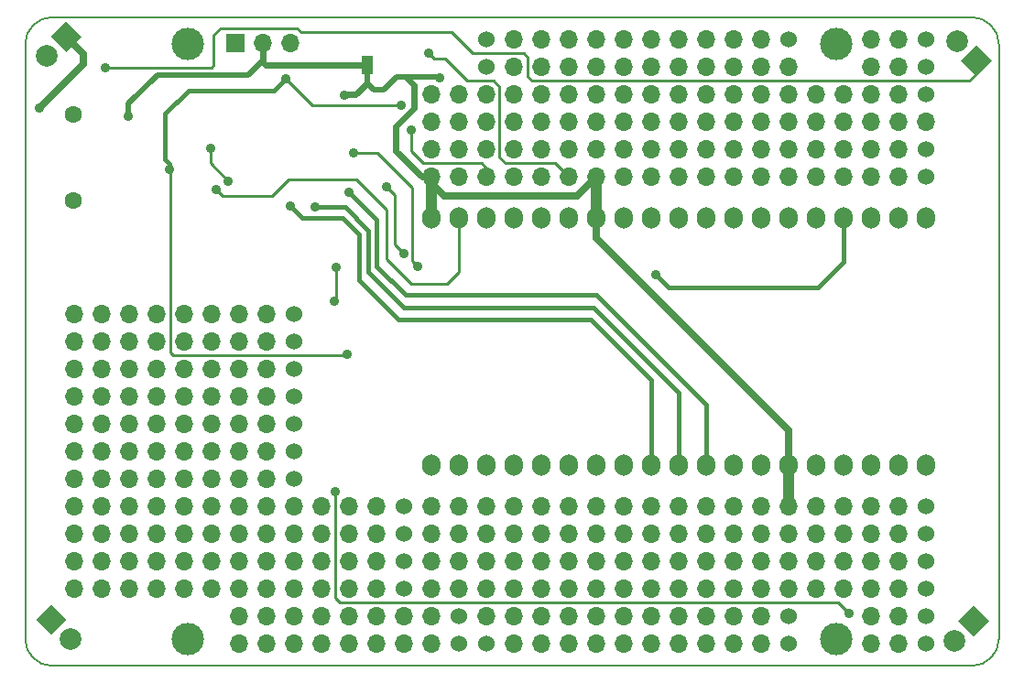
<source format=gbr>
G04 #@! TF.FileFunction,Copper,L2,Bot,Signal*
%FSLAX46Y46*%
G04 Gerber Fmt 4.6, Leading zero omitted, Abs format (unit mm)*
G04 Created by KiCad (PCBNEW 4.0.4-stable) date 04/27/17 17:41:05*
%MOMM*%
%LPD*%
G01*
G04 APERTURE LIST*
%ADD10C,0.100000*%
%ADD11C,0.150000*%
%ADD12O,1.700000X2.000000*%
%ADD13C,1.524000*%
%ADD14O,1.700000X1.700000*%
%ADD15C,2.000000*%
%ADD16R,1.700000X1.700000*%
%ADD17C,1.600000*%
%ADD18C,3.000000*%
%ADD19R,1.000000X1.700000*%
%ADD20C,0.889000*%
%ADD21C,0.910000*%
%ADD22C,0.400000*%
%ADD23C,0.254000*%
%ADD24C,0.600000*%
%ADD25C,0.500000*%
%ADD26C,0.700000*%
%ADD27C,1.000000*%
%ADD28C,0.250000*%
G04 APERTURE END LIST*
D10*
D11*
X45000000Y-52500000D02*
X45000000Y-107500000D01*
X132500000Y-50000000D02*
X47500000Y-50000000D01*
X135000000Y-107500000D02*
X135000000Y-52500000D01*
X47500000Y-110000000D02*
X132500000Y-110000000D01*
X45000000Y-107500000D02*
G75*
G03X47500000Y-110000000I2500000J0D01*
G01*
X132500000Y-110000000D02*
G75*
G03X135000000Y-107500000I0J2500000D01*
G01*
X135000000Y-52500000D02*
G75*
G03X132500000Y-50000000I-2500000J0D01*
G01*
X47500000Y-50000000D02*
G75*
G03X45000000Y-52500000I0J-2500000D01*
G01*
D12*
X128270000Y-68580000D03*
X125730000Y-68580000D03*
X123190000Y-68580000D03*
X120650000Y-68580000D03*
X118110000Y-68580000D03*
X115570000Y-68580000D03*
X113030000Y-68580000D03*
X110490000Y-68580000D03*
X107950000Y-68580000D03*
X105410000Y-68580000D03*
X102870000Y-68580000D03*
X100330000Y-68580000D03*
X97790000Y-68580000D03*
X95250000Y-68580000D03*
X92710000Y-68580000D03*
X90170000Y-68580000D03*
X87630000Y-68580000D03*
X85090000Y-68580000D03*
X82550000Y-68580000D03*
X82550000Y-91440000D03*
X85090000Y-91440000D03*
X87630000Y-91440000D03*
X90170000Y-91440000D03*
X92710000Y-91440000D03*
X95250000Y-91440000D03*
X97790000Y-91440000D03*
X100330000Y-91440000D03*
X102870000Y-91440000D03*
X105410000Y-91440000D03*
X107950000Y-91440000D03*
X110490000Y-91440000D03*
X113030000Y-91440000D03*
X115570000Y-91440000D03*
X118110000Y-91440000D03*
X120650000Y-91440000D03*
X123190000Y-91440000D03*
X125730000Y-91440000D03*
X128270000Y-91440000D03*
D13*
X87630000Y-52070000D03*
D14*
X90170000Y-52070000D03*
X92710000Y-52070000D03*
D13*
X87630000Y-54610000D03*
D14*
X90170000Y-54610000D03*
X92710000Y-54610000D03*
D13*
X87630000Y-107950000D03*
D14*
X90170000Y-107950000D03*
X92710000Y-107950000D03*
X87630000Y-105410000D03*
X90170000Y-105410000D03*
X92710000Y-105410000D03*
D15*
X49174400Y-107492800D03*
D10*
G36*
X48792563Y-105696749D02*
X47378349Y-107110963D01*
X45964135Y-105696749D01*
X47378349Y-104282535D01*
X48792563Y-105696749D01*
X48792563Y-105696749D01*
G37*
D15*
X130860800Y-107645200D03*
D10*
G36*
X132656851Y-107263363D02*
X131242637Y-105849149D01*
X132656851Y-104434935D01*
X134071065Y-105849149D01*
X132656851Y-107263363D01*
X132656851Y-107263363D01*
G37*
D15*
X131114800Y-52222400D03*
D10*
G36*
X131496637Y-54018451D02*
X132910851Y-52604237D01*
X134325065Y-54018451D01*
X132910851Y-55432665D01*
X131496637Y-54018451D01*
X131496637Y-54018451D01*
G37*
D15*
X46990000Y-53594000D03*
D10*
G36*
X48786051Y-53212163D02*
X47371837Y-51797949D01*
X48786051Y-50383735D01*
X50200265Y-51797949D01*
X48786051Y-53212163D01*
X48786051Y-53212163D01*
G37*
D13*
X85090000Y-107950000D03*
D14*
X82550000Y-107950000D03*
X80010000Y-107950000D03*
X77470000Y-107950000D03*
X74930000Y-107950000D03*
X72390000Y-107950000D03*
X69850000Y-107950000D03*
X67310000Y-107950000D03*
X64770000Y-107950000D03*
D13*
X85090000Y-105410000D03*
D14*
X82550000Y-105410000D03*
X80010000Y-105410000D03*
X77470000Y-105410000D03*
X74930000Y-105410000D03*
X72390000Y-105410000D03*
X69850000Y-105410000D03*
X67310000Y-105410000D03*
X64770000Y-105410000D03*
D13*
X80010000Y-102870000D03*
D14*
X77470000Y-102870000D03*
X74930000Y-102870000D03*
X72390000Y-102870000D03*
X69850000Y-102870000D03*
X67310000Y-102870000D03*
X64770000Y-102870000D03*
X62230000Y-102870000D03*
X59690000Y-102870000D03*
X57150000Y-102870000D03*
X54610000Y-102870000D03*
X52070000Y-102870000D03*
X49530000Y-102870000D03*
D13*
X80010000Y-100330000D03*
D14*
X77470000Y-100330000D03*
X74930000Y-100330000D03*
X72390000Y-100330000D03*
X69850000Y-100330000D03*
X67310000Y-100330000D03*
X64770000Y-100330000D03*
X62230000Y-100330000D03*
X59690000Y-100330000D03*
X57150000Y-100330000D03*
X54610000Y-100330000D03*
X52070000Y-100330000D03*
X49530000Y-100330000D03*
D13*
X80010000Y-97790000D03*
D14*
X77470000Y-97790000D03*
X74930000Y-97790000D03*
X72390000Y-97790000D03*
X69850000Y-97790000D03*
X67310000Y-97790000D03*
X64770000Y-97790000D03*
X62230000Y-97790000D03*
X59690000Y-97790000D03*
X57150000Y-97790000D03*
X54610000Y-97790000D03*
X52070000Y-97790000D03*
X49530000Y-97790000D03*
D13*
X80010000Y-95250000D03*
D14*
X77470000Y-95250000D03*
X74930000Y-95250000D03*
X72390000Y-95250000D03*
X69850000Y-95250000D03*
X67310000Y-95250000D03*
X64770000Y-95250000D03*
X62230000Y-95250000D03*
X59690000Y-95250000D03*
X57150000Y-95250000D03*
X54610000Y-95250000D03*
X52070000Y-95250000D03*
X49530000Y-95250000D03*
D13*
X69850000Y-92710000D03*
D14*
X67310000Y-92710000D03*
X64770000Y-92710000D03*
X62230000Y-92710000D03*
X59690000Y-92710000D03*
X57150000Y-92710000D03*
X54610000Y-92710000D03*
X52070000Y-92710000D03*
X49530000Y-92710000D03*
D13*
X69850000Y-90170000D03*
D14*
X67310000Y-90170000D03*
X64770000Y-90170000D03*
X62230000Y-90170000D03*
X59690000Y-90170000D03*
X57150000Y-90170000D03*
X54610000Y-90170000D03*
X52070000Y-90170000D03*
X49530000Y-90170000D03*
D13*
X69850000Y-87630000D03*
D14*
X67310000Y-87630000D03*
X64770000Y-87630000D03*
X62230000Y-87630000D03*
X59690000Y-87630000D03*
X57150000Y-87630000D03*
X54610000Y-87630000D03*
X52070000Y-87630000D03*
X49530000Y-87630000D03*
D13*
X69850000Y-85090000D03*
D14*
X67310000Y-85090000D03*
X64770000Y-85090000D03*
X62230000Y-85090000D03*
X59690000Y-85090000D03*
X57150000Y-85090000D03*
X54610000Y-85090000D03*
X52070000Y-85090000D03*
X49530000Y-85090000D03*
D13*
X69850000Y-82550000D03*
D14*
X67310000Y-82550000D03*
X64770000Y-82550000D03*
X62230000Y-82550000D03*
X59690000Y-82550000D03*
X57150000Y-82550000D03*
X54610000Y-82550000D03*
X52070000Y-82550000D03*
X49530000Y-82550000D03*
D13*
X69850000Y-80010000D03*
D14*
X67310000Y-80010000D03*
X64770000Y-80010000D03*
X62230000Y-80010000D03*
X59690000Y-80010000D03*
X57150000Y-80010000D03*
X54610000Y-80010000D03*
X52070000Y-80010000D03*
X49530000Y-80010000D03*
D13*
X69850000Y-77470000D03*
D14*
X67310000Y-77470000D03*
X64770000Y-77470000D03*
X62230000Y-77470000D03*
X59690000Y-77470000D03*
X57150000Y-77470000D03*
X54610000Y-77470000D03*
X52070000Y-77470000D03*
X49530000Y-77470000D03*
D13*
X128270000Y-107950000D03*
D14*
X125730000Y-107950000D03*
X123190000Y-107950000D03*
D13*
X128270000Y-105410000D03*
D14*
X125730000Y-105410000D03*
X123190000Y-105410000D03*
D13*
X115570000Y-107950000D03*
D14*
X113030000Y-107950000D03*
X110490000Y-107950000D03*
X107950000Y-107950000D03*
X105410000Y-107950000D03*
X102870000Y-107950000D03*
X100330000Y-107950000D03*
X97790000Y-107950000D03*
X95250000Y-107950000D03*
D13*
X115570000Y-105410000D03*
D14*
X113030000Y-105410000D03*
X110490000Y-105410000D03*
X107950000Y-105410000D03*
X105410000Y-105410000D03*
X102870000Y-105410000D03*
X100330000Y-105410000D03*
X97790000Y-105410000D03*
X95250000Y-105410000D03*
D13*
X128270000Y-102870000D03*
D14*
X125730000Y-102870000D03*
X123190000Y-102870000D03*
X120650000Y-102870000D03*
X118110000Y-102870000D03*
X115570000Y-102870000D03*
X113030000Y-102870000D03*
X110490000Y-102870000D03*
X107950000Y-102870000D03*
X105410000Y-102870000D03*
X102870000Y-102870000D03*
X100330000Y-102870000D03*
X97790000Y-102870000D03*
X95250000Y-102870000D03*
X92710000Y-102870000D03*
X90170000Y-102870000D03*
X87630000Y-102870000D03*
X85090000Y-102870000D03*
X82550000Y-102870000D03*
D13*
X128270000Y-100330000D03*
D14*
X125730000Y-100330000D03*
X123190000Y-100330000D03*
X120650000Y-100330000D03*
X118110000Y-100330000D03*
X115570000Y-100330000D03*
X113030000Y-100330000D03*
X110490000Y-100330000D03*
X107950000Y-100330000D03*
X105410000Y-100330000D03*
X102870000Y-100330000D03*
X100330000Y-100330000D03*
X97790000Y-100330000D03*
X95250000Y-100330000D03*
X92710000Y-100330000D03*
X90170000Y-100330000D03*
X87630000Y-100330000D03*
X85090000Y-100330000D03*
X82550000Y-100330000D03*
D13*
X128270000Y-97790000D03*
D14*
X125730000Y-97790000D03*
X123190000Y-97790000D03*
X120650000Y-97790000D03*
X118110000Y-97790000D03*
X115570000Y-97790000D03*
X113030000Y-97790000D03*
X110490000Y-97790000D03*
X107950000Y-97790000D03*
X105410000Y-97790000D03*
X102870000Y-97790000D03*
X100330000Y-97790000D03*
X97790000Y-97790000D03*
X95250000Y-97790000D03*
X92710000Y-97790000D03*
X90170000Y-97790000D03*
X87630000Y-97790000D03*
X85090000Y-97790000D03*
X82550000Y-97790000D03*
D13*
X128270000Y-95250000D03*
D14*
X125730000Y-95250000D03*
X123190000Y-95250000D03*
X120650000Y-95250000D03*
X118110000Y-95250000D03*
X115570000Y-95250000D03*
X113030000Y-95250000D03*
X110490000Y-95250000D03*
X107950000Y-95250000D03*
X105410000Y-95250000D03*
X102870000Y-95250000D03*
X100330000Y-95250000D03*
X97790000Y-95250000D03*
X95250000Y-95250000D03*
X92710000Y-95250000D03*
X90170000Y-95250000D03*
X87630000Y-95250000D03*
X85090000Y-95250000D03*
X82550000Y-95250000D03*
D13*
X128270000Y-64770000D03*
D14*
X125730000Y-64770000D03*
X123190000Y-64770000D03*
X120650000Y-64770000D03*
X118110000Y-64770000D03*
X115570000Y-64770000D03*
X113030000Y-64770000D03*
X110490000Y-64770000D03*
X107950000Y-64770000D03*
X105410000Y-64770000D03*
X102870000Y-64770000D03*
X100330000Y-64770000D03*
X97790000Y-64770000D03*
X95250000Y-64770000D03*
X92710000Y-64770000D03*
X90170000Y-64770000D03*
X87630000Y-64770000D03*
X85090000Y-64770000D03*
X82550000Y-64770000D03*
D13*
X128270000Y-62230000D03*
D14*
X125730000Y-62230000D03*
X123190000Y-62230000D03*
X120650000Y-62230000D03*
X118110000Y-62230000D03*
X115570000Y-62230000D03*
X113030000Y-62230000D03*
X110490000Y-62230000D03*
X107950000Y-62230000D03*
X105410000Y-62230000D03*
X102870000Y-62230000D03*
X100330000Y-62230000D03*
X97790000Y-62230000D03*
X95250000Y-62230000D03*
X92710000Y-62230000D03*
X90170000Y-62230000D03*
X87630000Y-62230000D03*
X85090000Y-62230000D03*
X82550000Y-62230000D03*
X128270000Y-59690000D03*
X125730000Y-59690000D03*
X123190000Y-59690000D03*
X120650000Y-59690000D03*
X118110000Y-59690000D03*
X115570000Y-59690000D03*
X113030000Y-59690000D03*
X110490000Y-59690000D03*
X107950000Y-59690000D03*
X105410000Y-59690000D03*
X102870000Y-59690000D03*
X100330000Y-59690000D03*
X97790000Y-59690000D03*
X95250000Y-59690000D03*
X92710000Y-59690000D03*
X90170000Y-59690000D03*
X87630000Y-59690000D03*
X85090000Y-59690000D03*
X82550000Y-59690000D03*
D13*
X128270000Y-54610000D03*
D14*
X125730000Y-54610000D03*
X123190000Y-54610000D03*
D13*
X128270000Y-52070000D03*
D14*
X125730000Y-52070000D03*
X123190000Y-52070000D03*
D13*
X128270000Y-57150000D03*
D14*
X125730000Y-57150000D03*
X123190000Y-57150000D03*
X120650000Y-57150000D03*
X118110000Y-57150000D03*
X115570000Y-57150000D03*
X113030000Y-57150000D03*
X110490000Y-57150000D03*
X107950000Y-57150000D03*
X105410000Y-57150000D03*
X102870000Y-57150000D03*
X100330000Y-57150000D03*
X97790000Y-57150000D03*
X95250000Y-57150000D03*
X92710000Y-57150000D03*
X90170000Y-57150000D03*
X87630000Y-57150000D03*
X85090000Y-57150000D03*
X82550000Y-57150000D03*
D13*
X115570000Y-52070000D03*
D14*
X113030000Y-52070000D03*
X110490000Y-52070000D03*
X107950000Y-52070000D03*
X105410000Y-52070000D03*
X102870000Y-52070000D03*
X100330000Y-52070000D03*
X97790000Y-52070000D03*
X95250000Y-52070000D03*
X115570000Y-54610000D03*
X113030000Y-54610000D03*
X110490000Y-54610000D03*
X107950000Y-54610000D03*
X105410000Y-54610000D03*
X102870000Y-54610000D03*
X100330000Y-54610000D03*
X97790000Y-54610000D03*
X95250000Y-54610000D03*
D16*
X64414400Y-52425600D03*
D14*
X66954400Y-52425600D03*
X69494400Y-52425600D03*
D17*
X49436000Y-58976000D03*
X49436000Y-66976000D03*
D18*
X120000000Y-107500000D03*
X60000000Y-107500000D03*
X120000000Y-52500000D03*
X60000000Y-52500000D03*
D19*
X76606400Y-54457600D03*
D20*
X69088000Y-55676800D03*
X79756000Y-58115200D03*
X58369200Y-64058800D03*
X74726800Y-81178400D03*
X54559200Y-59131200D03*
X74523600Y-57200800D03*
X83312000Y-55575200D03*
X46278800Y-58420000D03*
X52374800Y-54660800D03*
X121158000Y-105156000D03*
X73660000Y-93878400D03*
X73558400Y-76301600D03*
X73761600Y-73152000D03*
D21*
X81280000Y-73025000D03*
D20*
X75336400Y-62534800D03*
D21*
X103251000Y-73787000D03*
X69469000Y-67437000D03*
X71755000Y-67564000D03*
X74930000Y-66167000D03*
X82296000Y-53340000D03*
X80645000Y-60452000D03*
X78359000Y-65659000D03*
X80010000Y-71882000D03*
X62611000Y-65913000D03*
X63754000Y-65151000D03*
X62103000Y-62103000D03*
D22*
X58369200Y-64058800D02*
X58369200Y-63576200D01*
X67995800Y-56769000D02*
X69088000Y-55676800D01*
X60071000Y-56769000D02*
X67995800Y-56769000D01*
X57912000Y-58928000D02*
X60071000Y-56769000D01*
X57912000Y-63119000D02*
X57912000Y-58928000D01*
X58369200Y-63576200D02*
X57912000Y-63119000D01*
D23*
X69088000Y-55676800D02*
X71577200Y-58166000D01*
X71577200Y-58166000D02*
X78130400Y-58166000D01*
X78130400Y-58166000D02*
X78181200Y-58115200D01*
X78181200Y-58115200D02*
X79756000Y-58115200D01*
X58420000Y-64109600D02*
X58369200Y-64058800D01*
X58420000Y-81026000D02*
X58420000Y-64109600D01*
X58674000Y-81280000D02*
X58420000Y-81026000D01*
X74625200Y-81280000D02*
X58674000Y-81280000D01*
X74726800Y-81178400D02*
X74625200Y-81280000D01*
D24*
X82550000Y-64770000D02*
X81661000Y-64770000D01*
X80899000Y-56261000D02*
X80162400Y-55524400D01*
X80899000Y-58420000D02*
X80899000Y-56261000D01*
X79248000Y-60071000D02*
X80899000Y-58420000D01*
X79248000Y-62357000D02*
X79248000Y-60071000D01*
X81661000Y-64770000D02*
X79248000Y-62357000D01*
D25*
X66954400Y-52425600D02*
X66954400Y-54000400D01*
X54559200Y-58013600D02*
X54559200Y-59131200D01*
X57251600Y-55321200D02*
X54559200Y-58013600D01*
X65633600Y-55321200D02*
X57251600Y-55321200D01*
X66954400Y-54000400D02*
X65633600Y-55321200D01*
D26*
X97790000Y-68580000D02*
X97790000Y-70408800D01*
X115570000Y-88188800D02*
X115570000Y-91440000D01*
X97790000Y-70408800D02*
X115570000Y-88188800D01*
D24*
X74523600Y-57200800D02*
X74574400Y-57150000D01*
X74574400Y-57150000D02*
X75539600Y-57150000D01*
X75539600Y-57150000D02*
X76606400Y-56083200D01*
D25*
X83312000Y-55575200D02*
X83261200Y-55524400D01*
X83261200Y-55524400D02*
X80162400Y-55524400D01*
X76606400Y-56083200D02*
X76606400Y-54457600D01*
X77216000Y-56692800D02*
X76606400Y-56083200D01*
X80162400Y-55524400D02*
X79349600Y-55524400D01*
X79349600Y-55524400D02*
X78181200Y-56692800D01*
X78181200Y-56692800D02*
X77216000Y-56692800D01*
D26*
X82550000Y-64770000D02*
X82550000Y-65379600D01*
X82550000Y-65379600D02*
X83718400Y-66548000D01*
X96012000Y-66548000D02*
X97790000Y-64770000D01*
X83718400Y-66548000D02*
X96012000Y-66548000D01*
D24*
X76606400Y-54457600D02*
X67259200Y-54457600D01*
X66954400Y-54152800D02*
X66954400Y-52425600D01*
X67259200Y-54457600D02*
X66954400Y-54152800D01*
D27*
X82550000Y-64770000D02*
X82550000Y-68580000D01*
X115570000Y-91440000D02*
X115570000Y-95250000D01*
X97790000Y-68580000D02*
X97790000Y-64770000D01*
D26*
X50393600Y-53405498D02*
X48786051Y-51797949D01*
X50393600Y-54305200D02*
X50393600Y-53405498D01*
X46278800Y-58420000D02*
X50393600Y-54305200D01*
D28*
X84429600Y-51409600D02*
X70510400Y-51409600D01*
D23*
X62230000Y-54660800D02*
X52374800Y-54660800D01*
X62433200Y-54457600D02*
X62230000Y-54660800D01*
X62433200Y-51612800D02*
X62433200Y-54457600D01*
X63042800Y-51003200D02*
X62433200Y-51612800D01*
X70104000Y-51003200D02*
X63042800Y-51003200D01*
X70510400Y-51409600D02*
X70104000Y-51003200D01*
D28*
X84709000Y-51689000D02*
X84429600Y-51409600D01*
D23*
X95377000Y-55880000D02*
X119075200Y-55880000D01*
X119075200Y-55880000D02*
X125984000Y-55880000D01*
X125984000Y-55880000D02*
X129489200Y-55880000D01*
X129489200Y-55880000D02*
X132283200Y-55880000D01*
X132910851Y-55252349D02*
X132283200Y-55880000D01*
D28*
X95377000Y-55880000D02*
X93345000Y-55880000D01*
X91821000Y-55880000D02*
X91440000Y-55499000D01*
X91440000Y-55499000D02*
X91440000Y-53721000D01*
X91440000Y-53721000D02*
X91059000Y-53340000D01*
X91059000Y-53340000D02*
X86360000Y-53340000D01*
X84709000Y-51689000D02*
X84429600Y-51409600D01*
X86360000Y-53340000D02*
X84709000Y-51689000D01*
X93345000Y-55880000D02*
X91821000Y-55880000D01*
D23*
X132910851Y-55252349D02*
X132910851Y-54018451D01*
X121158000Y-105156000D02*
X120142000Y-104140000D01*
X120142000Y-104140000D02*
X74117200Y-104140000D01*
X74117200Y-104140000D02*
X73660000Y-103682800D01*
X73660000Y-103682800D02*
X73660000Y-93878400D01*
X73558400Y-76301600D02*
X73761600Y-76098400D01*
X73761600Y-76098400D02*
X73761600Y-73152000D01*
D28*
X77520800Y-62534800D02*
X75336400Y-62534800D01*
X80772000Y-65786000D02*
X77520800Y-62534800D01*
X80772000Y-72517000D02*
X80772000Y-65786000D01*
X81280000Y-73025000D02*
X80772000Y-72517000D01*
D22*
X106553000Y-74980800D02*
X104444800Y-74980800D01*
X104444800Y-74980800D02*
X103251000Y-73787000D01*
X120650000Y-72644000D02*
X120650000Y-68580000D01*
X118313200Y-74980800D02*
X120650000Y-72644000D01*
D23*
X106527600Y-74980800D02*
X106553000Y-74980800D01*
D22*
X106553000Y-74980800D02*
X118313200Y-74980800D01*
X75819000Y-70358000D02*
X75819000Y-70104000D01*
X70612000Y-68580000D02*
X69469000Y-67437000D01*
X74295000Y-68580000D02*
X70612000Y-68580000D01*
X75819000Y-70104000D02*
X74295000Y-68580000D01*
X102870000Y-91440000D02*
X102870000Y-83566000D01*
X75819000Y-74295000D02*
X75819000Y-70358000D01*
X75819000Y-70358000D02*
X75819000Y-70231000D01*
X79502000Y-77978000D02*
X75819000Y-74295000D01*
X97282000Y-77978000D02*
X79502000Y-77978000D01*
X102870000Y-83566000D02*
X97282000Y-77978000D01*
X76708000Y-70358000D02*
X76708000Y-69723000D01*
X74549000Y-67564000D02*
X71755000Y-67564000D01*
X76708000Y-69723000D02*
X74549000Y-67564000D01*
X105410000Y-91440000D02*
X105410000Y-84709000D01*
X76708000Y-73533000D02*
X76708000Y-70358000D01*
X76708000Y-70358000D02*
X76708000Y-70231000D01*
X80010000Y-76835000D02*
X76708000Y-73533000D01*
X97536000Y-76835000D02*
X80010000Y-76835000D01*
X105410000Y-84709000D02*
X97536000Y-76835000D01*
X77470000Y-70231000D02*
X77470000Y-68707000D01*
X107950000Y-85852000D02*
X97790000Y-75692000D01*
X97790000Y-75692000D02*
X80137000Y-75692000D01*
X80137000Y-75692000D02*
X77470000Y-73025000D01*
X77470000Y-73025000D02*
X77470000Y-70231000D01*
X107950000Y-91440000D02*
X107950000Y-85852000D01*
X77470000Y-68707000D02*
X74930000Y-66167000D01*
D28*
X83820000Y-53848000D02*
X82804000Y-53848000D01*
X85852000Y-55880000D02*
X83820000Y-53848000D01*
X88849200Y-56464200D02*
X88849200Y-56642000D01*
X88265000Y-55880000D02*
X87503000Y-55880000D01*
X88849200Y-56464200D02*
X88265000Y-55880000D01*
X87503000Y-55880000D02*
X85852000Y-55880000D01*
X82804000Y-53848000D02*
X82296000Y-53340000D01*
D23*
X93980000Y-63500000D02*
X95250000Y-64770000D01*
X88849200Y-56642000D02*
X88849200Y-62941200D01*
X88849200Y-62941200D02*
X89408000Y-63500000D01*
X89408000Y-63500000D02*
X93980000Y-63500000D01*
X88849200Y-56438800D02*
X88849200Y-56642000D01*
D28*
X82169000Y-63500000D02*
X81788000Y-63500000D01*
X80645000Y-62357000D02*
X80645000Y-60452000D01*
X81788000Y-63500000D02*
X80645000Y-62357000D01*
D23*
X87630000Y-64770000D02*
X87630000Y-63957200D01*
X87630000Y-63957200D02*
X87172800Y-63500000D01*
X87172800Y-63500000D02*
X82169000Y-63500000D01*
D28*
X79121000Y-68072000D02*
X79121000Y-66421000D01*
X79121000Y-66421000D02*
X78359000Y-65659000D01*
X79121000Y-68072000D02*
X79121000Y-67945000D01*
X79121000Y-70993000D02*
X79121000Y-68072000D01*
X80010000Y-71882000D02*
X79121000Y-70993000D01*
X66040000Y-66548000D02*
X63246000Y-66548000D01*
X78359000Y-67818000D02*
X75565000Y-65024000D01*
X75565000Y-65024000D02*
X69342000Y-65024000D01*
X69342000Y-65024000D02*
X67818000Y-66548000D01*
X67818000Y-66548000D02*
X66040000Y-66548000D01*
X78359000Y-68707000D02*
X78359000Y-67818000D01*
X63246000Y-66548000D02*
X62611000Y-65913000D01*
X85090000Y-68580000D02*
X85090000Y-73533000D01*
X78359000Y-72390000D02*
X78359000Y-68707000D01*
X78359000Y-68707000D02*
X78359000Y-68580000D01*
X80645000Y-74676000D02*
X78359000Y-72390000D01*
X83947000Y-74676000D02*
X80645000Y-74676000D01*
X85090000Y-73533000D02*
X83947000Y-74676000D01*
X62103000Y-63500000D02*
X62103000Y-62103000D01*
X63754000Y-65151000D02*
X62103000Y-63500000D01*
M02*

</source>
